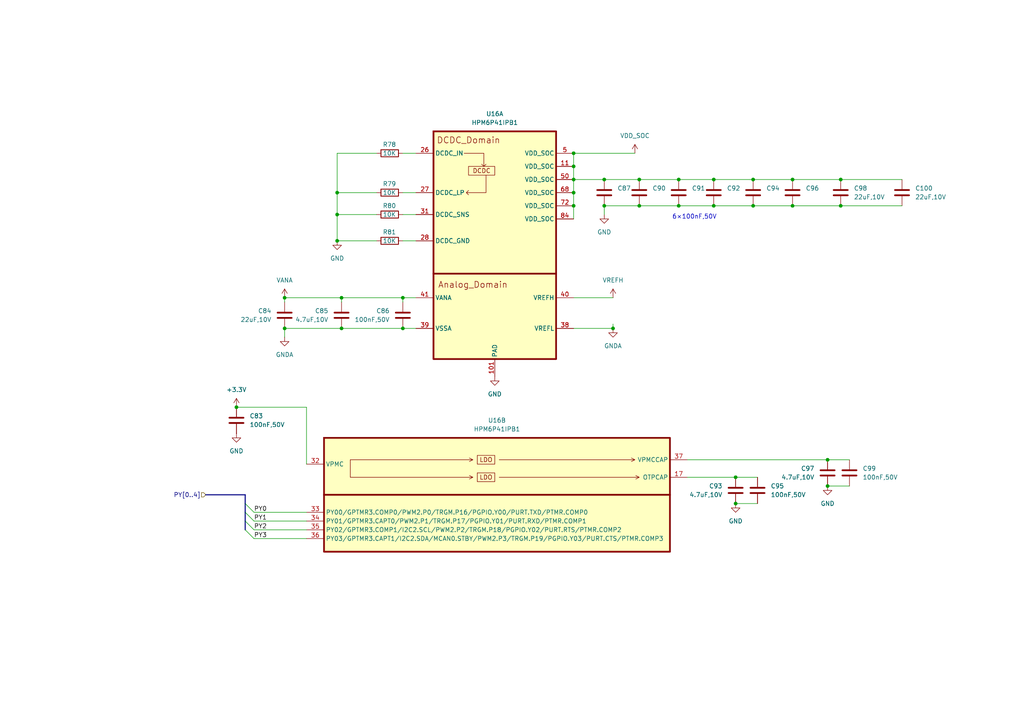
<source format=kicad_sch>
(kicad_sch (version 20250114) (generator "eeschema") (generator_version "9.0")
  (paper "A4")
  (title_block (title "HPM6P41_BuckBoost") (date "2025-05-05") (rev "4") (company "Author: Alipay"))
  (lib_symbols
    (symbol "10K_0402_3" (pin_numbers (hide yes)) (pin_names (offset 0))
      (property "Reference" "R" (at 0 3.81 0))
      (property "Value" "10K" (at 0 6.35 0))
      (symbol "10K_0402_3_0_1"
        (rectangle (start 2.54 -1.016) (end -2.54 1.016) (stroke (width 0.254)))
      )
      (symbol "10K_0402_3_1_1"
        (pin passive line (at -3.81 0 0) (length 1.27) (name "~") (number "1"))
        (pin passive line (at 3.81 0 180) (length 1.27) (name "~") (number "2"))
      )
    )
    (symbol "Device:C" (pin_numbers (hide yes)) (pin_names (offset 0.254))
      (property "Reference" "C" (at 0.635 2.54 0))
      (property "Value" "C" (at 0.635 -2.54 0))
      (symbol "C_0_1"
        (polyline (pts (xy -2.032 0.762) (xy 2.032 0.762)) (stroke (width 0.508)))
        (polyline (pts (xy -2.032 -0.762) (xy 2.032 -0.762)) (stroke (width 0.508)))
      )
      (symbol "C_1_1"
        (pin passive line (at 0 3.81 270) (length 2.794) (name "~") (number "1"))
        (pin passive line (at 0 -3.81 90) (length 2.794) (name "~") (number "2"))
      )
    )
    (symbol "HPM6P00_Library:HPM6P41IPB1"
      (property "Reference" "U" (at 1.27 1.27 0))
      (property "Value" "HPM6P41IPB1" (at 10.16 1.27 0))
      (symbol "HPM6P41IPB1_1_1"
        (rectangle (start 0 0) (end 35.56 -66.04) (stroke (width 0.508)) (fill (type background)))
        (polyline (pts (xy 0 -41.275) (xy 35.56 -41.275)) (stroke (width 0.508)))
        (polyline (pts (xy 8.89 -6.35) (xy 14.605 -6.35) (xy 14.605 -10.16) (xy 13.97 -9.525) (xy 14.605 -10.16) (xy 15.24 -9.525)))
        (rectangle (start 10.16 -10.16) (end 17.78 -12.7))
        (polyline (pts (xy 15.24 -12.7) (xy 15.24 -17.78) (xy 9.525 -17.78) (xy 10.16 -17.145) (xy 9.525 -17.78) (xy 10.16 -18.415)))
        (text "DCDC_Domain" (at 10.16 -2.54 0) (effects (font (size 1.778 1.778))))
        (text "Analog_Domain" (at 11.43 -44.45 0) (effects (font (size 1.778 1.778))))
        (text "DCDC" (at 13.97 -11.43 0) (effects (font (size 1.27 1.27))))
        (pin power_in line (at -5.08 -6.35 0) (length 5.08) (name "DCDC_IN") (number "26"))
        (pin power_in line (at -5.08 -17.78 0) (length 5.08) (name "DCDC_LP") (number "27"))
        (pin power_in line (at -5.08 -24.13 0) (length 5.08) (name "DCDC_SNS") (number "31"))
        (pin power_in line (at -5.08 -31.75 0) (length 5.08) (name "DCDC_GND") (number "28"))
        (pin power_in line (at -5.08 -48.26 0) (length 5.08) (name "VANA") (number "41"))
        (pin power_in line (at -5.08 -57.15 0) (length 5.08) (name "VSSA") (number "39"))
        (pin power_out line (at 17.78 -71.12 90) (length 5.08) (name "PAD") (number "101"))
        (pin power_out line (at 40.64 -6.35 180) (length 5.08) (name "VDD_SOC") (number "5"))
        (pin power_out line (at 40.64 -10.16 180) (length 5.08) (name "VDD_SOC") (number "11"))
        (pin power_out line (at 40.64 -13.97 180) (length 5.08) (name "VDD_SOC") (number "50"))
        (pin power_out line (at 40.64 -17.78 180) (length 5.08) (name "VDD_SOC") (number "68"))
        (pin power_out line (at 40.64 -21.59 180) (length 5.08) (name "VDD_SOC") (number "72"))
        (pin power_out line (at 40.64 -25.4 180) (length 5.08) (name "VDD_SOC") (number "84"))
        (pin power_in line (at 40.64 -48.26 180) (length 5.08) (name "VREFH") (number "40"))
        (pin power_in line (at 40.64 -57.15 180) (length 5.08) (name "VREFL") (number "38"))
      )
      (symbol "HPM6P41IPB1_2_0"
        (polyline (pts (xy 7.62 -6.35) (xy 43.18 -6.35) (xy 42.164 -5.842) (xy 43.18 -6.35) (xy 42.164 -6.858)))
        (polyline (pts (xy 7.62 -11.43) (xy 43.18 -11.43) (xy 42.164 -10.922) (xy 43.18 -11.43) (xy 42.164 -11.938)))
        (polyline (pts (xy 50.8 -6.35) (xy 90.17 -6.35) (xy 89.154 -5.842) (xy 90.17 -6.35) (xy 89.154 -6.858)))
        (polyline (pts (xy 50.8 -11.43) (xy 91.44 -11.43) (xy 90.424 -10.922) (xy 91.44 -11.43) (xy 90.424 -11.938)))
      )
      (symbol "HPM6P41IPB1_2_1"
        (rectangle (start 0 0) (end 100.33 -33.02) (stroke (width 0.508)) (fill (type background)))
        (polyline (pts (xy 0 -16.51) (xy 100.33 -16.51)) (stroke (width 0.508)))
        (polyline (pts (xy 7.62 -6.35) (xy 7.62 -11.43)))
        (rectangle (start 44.45 -5.08) (end 49.53 -7.62))
        (rectangle (start 44.45 -10.16) (end 49.53 -12.7))
        (text "LDO" (at 46.99 -6.35 0) (effects (font (size 1.27 1.27))))
        (text "LDO" (at 46.99 -11.43 0) (effects (font (size 1.27 1.27))))
        (pin power_in line (at -5.08 -7.62 0) (length 5.08) (name "VPMC") (number "32"))
        (pin bidirectional line (at -5.08 -21.59 0) (length 5.08) (name "PY00/GPTMR3.COMP0/PWM2.P0/TRGM.P16/PGPIO.Y00/PURT.TXD/PTMR.COMP0") (number "33"))
        (pin bidirectional line (at -5.08 -24.13 0) (length 5.08) (name "PY01/GPTMR3.CAPT0/PWM2.P1/TRGM.P17/PGPIO.Y01/PURT.RXD/PTMR.COMP1") (number "34"))
        (pin bidirectional line (at -5.08 -26.67 0) (length 5.08) (name "PY02/GPTMR3.COMP1/I2C2.SCL/PWM2.P2/TRGM.P18/PGPIO.Y02/PURT.RTS/PTMR.COMP2") (number "35"))
        (pin bidirectional line (at -5.08 -29.21 0) (length 5.08) (name "PY03/GPTMR3.CAPT1/I2C2.SDA/MCAN0.STBY/PWM2.P3/TRGM.P19/PGPIO.Y03/PURT.CTS/PTMR.COMP3") (number "36"))
        (pin power_out line (at 105.41 -6.35 180) (length 5.08) (name "VPMCCAP") (number "37"))
        (pin power_out line (at 105.41 -11.43 180) (length 5.08) (name "OTPCAP") (number "17"))
      )
      (symbol "HPM6P41IPB1_3_1"
        (rectangle (start 0 0) (end 147.32 -67.31) (stroke (width 0.508)) (fill (type background)))
        (polyline (pts (xy 0 -10.16) (xy 147.32 -10.16)) (stroke (width 0.5)))
        (pin power_in line (at -5.08 -3.81 0) (length 5.08) (name "VIO_B00") (number "10"))
        (pin power_in line (at -5.08 -6.35 0) (length 5.08) (name "VIO_B00") (number "16"))
        (pin bidirectional line (at -5.08 -15.24 0) (length 5.08) (name "PA00/GPTMR1.COMP0/UART0.TXD/PWM0.P0/TRGM.P00/RDC0.PWM_N/QEO1.A/SEI1.TX/SYSCTL.CLK_OBS0/ETH0.EVTI0") (number "25"))
        (pin input line (at -5.08 -17.78 0) (length 5.08) (name "PA01/GPTMR1.CAPT0/UART0.RXD/PWM0.P1/TRGM.P01/RDC0.PWM_P/QEO1.B/SEI1.RX/SYSCTL.CLK_OBS1/ETH0.EVTO0") (number "24"))
        (pin bidirectional line (at -5.08 -20.32 0) (length 5.08) (name "PA02/GPTMR1.COMP1/UART0.DE/UART0.RTS/I2C2.SCL/PWM0.P2/TRGM.P02/QEI0.H1/QEO1.Z/SEI1.DE/SYSCTL.CLK_OBS2/ETH0.EVTI1") (number "23"))
        (pin bidirectional line (at -5.08 -22.86 0) (length 5.08) (name "PA03/GPTMR1.CAPT1/UART0.CTS/I2C2.SDA/SPI0.CS3/MCAN0.STBY/PWM0.P3/TRGM.P03/QEI0.F/SEI1.CK/SYSCTL.CLK_OBS3/ETH0.EVTO1") (number "22"))
        (pin bidirectional line (at -5.08 -25.4 0) (length 5.08) (name "PA04/UART1.CTS/SPI1.SCLK/MCAN0.RXD/PWM0.P4/TRGM.P04/QEI0.H0/SEI0.CK/JTAG.TDO") (number "15"))
        (pin bidirectional line (at -5.08 -27.94 0) (length 5.08) (name "PA05/GPTMR1.COMP2/UART1.DE/UART1.RTS/SPI1.CS0/MCAN0.TXD/PWM0.P5/TRGM.P05/ETH0.RXCK/QEI0.Z/QEO0.Z/SEI0.DE/JTAG.TDI") (number "14"))
        (pin bidirectional line (at -5.08 -30.48 0) (length 5.08) (name "PA06/GPTMR0.CAPT0/UART1.RXD/SPI1.MISO/PWM0.P6/TRGM.P06/ETH0.RXDV/QEI0.B/QEO0.B/SEI0.RX/JTAG.TCK") (number "13"))
        (pin bidirectional line (at -5.08 -33.02 0) (length 5.08) (name "PA07/GPTMR0.COMP0/UART1.TXD/SPI1.MOSI/PWM0.P7/TRGM.P07/ETH0.RXER/QEI0.A/QEO0.A/SEI0.TX/JTAG.TMS") (number "12"))
        (pin bidirectional line (at -5.08 -35.56 0) (length 5.08) (name "PA08/GPTMR0.COMP1/UART2.TXD/I2C0.SCL/SPI0.CS2/PWM1.P0/TRGM.P08/ETH0.RXD0/RDC0.PWM_N/QEO0.B/SEI1.TX/SDM0.CLK0/JTAG.TRST") (number "9"))
        (pin bidirectional line (at -5.08 -38.1 0) (length 5.08) (name "PA09/GPTMR0.CAPT1/UART2.RXD/I2C0.SDA/SPI0.CS1/XPI0.CA_DQS/PWM1.P1/TRGM.P09/ETH0.RXD1/RDC0.PWM_P/QEO0.A/SEI1.RX/SDM0.DAT0") (number "8"))
        (pin bidirectional line (at -5.08 -40.64 0) (length 5.08) (name "PA10/GPTMR0.COMP2/UART2.DE/UART2.RTS/SPI0.SCLK/XPI0.CA_CS0/PWM1.P2/TRGM.P10/ETH0.RXD2/QEI1.F/QEO0.Z/SEI1.DE/SDM0.CLK1/CPU0.NMI") (number "7"))
        (pin bidirectional line (at -5.08 -43.18 0) (length 5.08) (name "PA11/UART2.CTS/SPI0.CS0/XPI0.CA_CS1/PWM1.P3/TRGM.P11/ETH0.RXD3/QEI1.H1/SEI1.CK/SDM0.DAT1/CPU1.NMI") (number "6"))
        (pin bidirectional line (at -5.08 -45.72 0) (length 5.08) (name "PA12/UART3.CTS/I2C1.SDA/SPI0.MISO/PWM1.P4/TRGM.P12/ETH0.TXER/QEI1.H0/SEI0.CK/SDM0.CLK2") (number "4"))
        (pin bidirectional line (at -5.08 -48.26 0) (length 5.08) (name "PA13/GPTMR1.COMP3/UART3.DE/UART3.RTS/I2C1.SCL/SPI0.MOSI/MCAN1.STBY/PWM1.P5/TRGM.P13/QEI1.Z/QEO1.Z/SEI0.DE/SDM0.DAT2") (number "3"))
        (pin bidirectional line (at -5.08 -50.8 0) (length 5.08) (name "PA14/UART3.RXD/SPI0.DAT2/MCAN1.RXD/PWM1.P6/TRGM.P14/QEI1.B/QEO1.B/SEI0.RX/SDM0.CLK3/ETH0.EVTI0") (number "2"))
        (pin bidirectional line (at -5.08 -53.34 0) (length 5.08) (name "PA15/GPTMR0.COMP3/UART3.TXD/SPI0.DAT3/MCAN1.TXD/PWM1.P7/TRGM.P15/QEI1.A/QEO1.A/SEI0.TX/SDM0.DAT3/ETH0.EVTO0") (number "1"))
        (pin bidirectional line (at -5.08 -55.88 0) (length 5.08) (name "PA16/GPTMR3.COMP0/PWM2.P0/TRGM.P16/RDC0.PWM_N/QEO1.A/SEI1.TX") (number "21"))
        (pin bidirectional line (at -5.08 -58.42 0) (length 5.08) (name "PA17/GPTMR3.CAPT0/PWM2.P1/TRGM.P17/RDC0.PWM_P/QEO1.B/SEI1.RX") (number "20"))
        (pin bidirectional line (at -5.08 -60.96 0) (length 5.08) (name "PA18/GPTMR3.COMP1/I2C2.SCL/PWM2.P2/TRGM.P18/ETH0.MDC/QEI0.H1/QEO1.Z/SEI1.DE") (number "19"))
        (pin bidirectional line (at -5.08 -63.5 0) (length 5.08) (name "PA19/GPTMR3.CAPT1/I2C2.SDA/MCAN0.STBY/PWM2.P3/TRGM.P19/ETH0.MDIO/QEI0.F/SEI1.CK") (number "18"))
      )
      (symbol "HPM6P41IPB1_4_1"
        (rectangle (start 0 0) (end 185.42 -92.71) (stroke (width 0.508)) (fill (type background)))
        (polyline (pts (xy 0 -12.7) (xy 185.42 -12.7)) (stroke (width 0.5)))
        (polyline (pts (xy 0 -60.96) (xy 185.42 -60.96)) (stroke (width 0.3) (type dash)))
        (pin power_in line (at -5.08 -5.08 0) (length 5.08) (name "VIO_B01") (number "79"))
        (pin power_in line (at -5.08 -7.62 0) (length 5.08) (name "VIO_B01") (number "94"))
        (pin bidirectional line (at -5.08 -19.05 0) (length 5.08) (name "PB00/GPTMR2.COMP0/XPI0.CA_SCLK/PWM0.P0/TRGM.P31/ETH0.TXCK/RDC0.PWM_N/QEO1.A/SEI1.TX/XPI_SLV.ADQ3") (number "100"))
        (pin bidirectional line (at -5.08 -21.59 0) (length 5.08) (name "PB01/GPTMR2.CAPT0/XPI0.CA_D0/PWM0.P1/TRGM.P30/ETH0.TXEN/RDC0.PWM_P/QEO1.B/SEI1.RX/XPI_SLV.ADQ2") (number "99"))
        (pin bidirectional line (at -5.08 -24.13 0) (length 5.08) (name "PB02/GPTMR2.COMP1/I2C2.SCL/XPI0.CA_D1/PWM0.P2/TRGM.P29/ETH0.TXD0/QEI0.H1/QEO1.Z/SEI1.DE/SDM0.CLK0/XPI_SLV.ADQ1") (number "98"))
        (pin bidirectional line (at -5.08 -26.67 0) (length 5.08) (name "PB03/GPTMR2.CAPT1/I2C2.SDA/SPI0.CS3/MCAN0.STBY/XPI0.CA_D2/PWM0.P3/TRGM.P28/ETH0.TXD1/QEI0.F/SEI1.CK/SDM0.DAT0/XPI_SLV.ADQ0") (number "97"))
        (pin bidirectional line (at -5.08 -29.21 0) (length 5.08) (name "PB04/UART1.CTS/SPI0.SCLK/MCAN0.RXD/XPI0.CA_D3/PWM0.P4/TRGM.P27/ETH0.TXD2/QEI0.H0/SEI0.CK/SDM0.CLK1/CPU0.NMI/XPI_SLV.CLK") (number "96"))
        (pin bidirectional line (at -5.08 -31.75 0) (length 5.08) (name "PB05/GPTMR2.COMP2/UART1.DE/UART1.RTS/SPI1.CS0/MCAN0.TXD/PWM0.P5/TRGM.P26/ETH0.TXD3/QEI0.Z/QEO0.Z/SEI0.DE/SDM0.DAT1/CPU1.NMI/XPI_SLV.CSN") (number "95"))
        (pin bidirectional line (at -5.08 -35.56 0) (length 5.08) (name "PB12/UART3.CTS/I2C1.SDA/SPI0.MISO/XPI0.CB_DQS/PWM1.P4/TRGM.P19/ETH0.MDC/QEI1.H0/SEI0.CK/SDM0.CLK2/EWDG0.RST/XPI_SLV.ERR") (number "93"))
        (pin bidirectional line (at -5.08 -38.1 0) (length 5.08) (name "PB13/GPTMR2.COMP3/UART3.DE/UART3.RTS/I2C1.SCL/SPI0.MOSI/MCAN1.STBY/XPI0.CB_CS0/PWM1.P5/TRGM.P18/ETH0.MDIO/QEI1.Z/QEO1.Z/SEI0.DE/SDM0.DAT2/EWDG1.RST/XPI_SLV.RDY") (number "92"))
        (pin bidirectional line (at -5.08 -40.64 0) (length 5.08) (name "PB14/UART3.RXD/SPI0.DAT2/MCAN1.RXD/XPI0.CB_CS1/PWM1.P6/TRGM.P17/QEI1.B/QEO1.B/SEI0.RX/SDM0.CLK3/SOC.REF0/ETH0.EVTO2/XPI_SLV.DQS") (number "91"))
        (pin bidirectional line (at -5.08 -43.18 0) (length 5.08) (name "PB15/GPTMR0.COMP3/UART3.TXD/SPI0.DAT3/MCAN1.TXD/XPI0.CB_SCLK/PWM1.P7/TRGM.P16/QEI1.A/QEO1.A/SEI0.TX/SDM0.DAT3/SOC.REF1/ETH0.EVTO3") (number "90"))
        (pin bidirectional line (at -5.08 -45.72 0) (length 5.08) (name "PB16/GPTMR3.COMP0/XPI0.CB_D0/PWM2.P0/TRGM.P15/RDC0.PWM_N/QEO1.A/SEI1.TX/SYSCTL.CLK_OBS0/ETH0.EVTI1") (number "89"))
        (pin bidirectional line (at -5.08 -48.26 0) (length 5.08) (name "PB17/GPTMR3.CAPT0/XPI0.CB_D1/PWM2.P1/TRGM.P14/RDC0.PWM_P/QEO1.B/SEI1.RX/SYSCTL.CLK_OBS1/ETH0.EVTO1") (number "88"))
        (pin bidirectional line (at -5.08 -50.8 0) (length 5.08) (name "PB18/GPTMR3.COMP1/I2C2.SCL/XPI0.CB_D2/PWM2.P2/TRGM.P13/QEI0.H1/QEO1.Z/SEI1.DE/SYSCTL.CLK_OBS2/ETH0.EVTO2") (number "87"))
        (pin bidirectional line (at -5.08 -53.34 0) (length 5.08) (name "PB19/GPTMR3.CAPT1/I2C2.SDA/SPI2.CS3/MCAN0.STBY/XPI0.CB_D3/PWM2.P3/TRGM.P12/QEI0.F/SEI1.CK/SYSCTL.CLK_OBS3/ETH0.EVTO3") (number "86"))
        (pin bidirectional line (at -5.08 -55.88 0) (length 5.08) (name "PB20/UART0.CTS/MCAN0.RXD/PWM2.P4/TRGM.P11/QEI0.H0/SEI0.CK") (number "85"))
        (pin bidirectional line (at -5.08 -66.04 0) (length 5.08) (name "PC12/I2C1.SDA/SPI1.MISO/PWM1.P4/TRGM.P12/QEI1.H0/SEI0.CK") (number "83"))
        (pin bidirectional line (at -5.08 -68.58 0) (length 5.08) (name "PC13/GPTMR1.COMP3/I2C1.SCL/SPI1.MOSI/MCAN1.STBY/PWM1.P5/TRGM.P13/QEI1.Z/QEO1.Z/SEI0.DE/USB0.ID") (number "82"))
        (pin bidirectional line (at -5.08 -71.12 0) (length 5.08) (name "PC14/SPI1.DAT2/MCAN1.RXD/PWM1.P6/TRGM.P14/ETH0.MDC/QEI1.B/QEO1.B/SEI0.RX/USB0.OC") (number "81"))
        (pin bidirectional line (at -5.08 -73.66 0) (length 5.08) (name "PC15/GPTMR0.COMP3/SPI1.DAT3/MCAN1.TXD/PWM1.P7/TRGM.P15/ETH0.MDIO/QEI1.A/QEO1.A/SEI0.TX/USB0.PWR") (number "80"))
        (pin bidirectional line (at -5.08 -76.2 0) (length 5.08) (name "PC16/GPTMR3.COMP0/PWM2.P0/TRGM.P16/ETH0.CRS/QEI0.H1/CPU0.NMI") (number "78"))
        (pin bidirectional line (at -5.08 -78.74 0) (length 5.08) (name "PC17/GPTMR3.CAPT0/PWM2.P1/TRGM.P17/ETH0.COL/QEI0.F/CPU1.NMI") (number "77"))
        (pin bidirectional line (at -5.08 -81.28 0) (length 5.08) (name "PC18/GPTMR3.COMP1/I2C2.SCL/PWM2.P2/TRGM.P18/QEI0.H0/SEI0.CK") (number "76"))
        (pin bidirectional line (at -5.08 -83.82 0) (length 5.08) (name "PC19/GPTMR3.CAPT1/I2C2.SDA/MCAN0.STBY/PWM2.P3/TRGM.P19/QEI0.Z/QEO0.Z/SEI0.DE") (number "75"))
        (pin bidirectional line (at -5.08 -86.36 0) (length 5.08) (name "PC20/SPI2.SCLK/MCAN0.RXD/PWM2.P4/TRGM.P20/QEI0.B/QEO0.B/SEI0.RX") (number "74"))
        (pin bidirectional line (at -5.08 -88.9 0) (length 5.08) (name "PC21/GPTMR3.COMP2/SPI2.CS0/MCAN0.TXD/PWM2.P5/TRGM.P21/QEI0.A/QEO0.A/SEI0.TX") (number "73"))
      )
      (symbol "HPM6P41IPB1_5_1"
        (rectangle (start 0 0) (end 196.85 -77.47) (stroke (width 0.508)) (fill (type background)))
        (polyline (pts (xy 0 -10.16) (xy 196.85 -10.16)) (stroke (width 0.5)))
        (pin power_in line (at -5.08 -5.08 0) (length 5.08) (name "VIO_B02") (number "55"))
        (pin bidirectional line (at -5.08 -15.24 0) (length 5.08) (name "PD00/GPTMR1.COMP0/SPI2.SCLK/TRGM.P00/ETH0.RXCK/QEI1.H1/SDM0.CLK0/ADC0.IN00/ADC1.IN00/ACMP0.INN1/ACMP1.INN1/ACMP2.INN1/ACMP3.INN1") (number "66"))
        (pin bidirectional line (at -5.08 -17.78 0) (length 5.08) (name "PD01/GPTMR1.CAPT0/SPI2.MISO/TRGM.P01/ETH0.RXDV/QEI1.F/SDM0.DAT0/ADC0.IN01/ADC1.IN01/ACMP0.INP1/ACMP1.INP1/ACMP2.INP1/ACMP3.INP1") (number "65"))
        (pin bidirectional line (at -5.08 -20.32 0) (length 5.08) (name "PD02/GPTMR1.COMP1/I2C2.SCL/SPI2.MOSI/TRGM.P02/ETH0.RXER/QEI1.H0/SEI0.CK/SDM0.CLK1/ADC0.IN02/ADC1.IN02/ACMP0.INN2/ACMP1.INN2/ACMP2.INN2/ACMP3.INN2") (number "64"))
        (pin bidirectional line (at -5.08 -22.86 0) (length 5.08) (name "PD03/GPTMR1.CAPT1/I2C2.SDA/SPI2.DAT2/MCAN0.STBY/TRGM.P03/ETH0.RXD0/QEI1.Z/QEO1.Z/SEI0.DE/SDM0.DAT1/ADC0.IN03/ADC1.IN03/ACMP0.INP2/ACMP1.INP2/ACMP2.INP2/ACMP3.INP2") (number "63"))
        (pin bidirectional line (at -5.08 -25.4 0) (length 5.08) (name "PD04/UART1.CTS/SPI2.DAT3/MCAN0.RXD/TRGM.P04/ETH0.RXD1/QEI1.A/QEO1.B/SEI0.RX/SDM0.CLK2/ADC0.IN04/ADC1.IN04/ACMP0.INN3/ACMP1.INN3/ACMP2.INN3/ACMP3.INN3") (number "62"))
        (pin bidirectional line (at -5.08 -27.94 0) (length 5.08) (name "PD05/GPTMR1.COMP2/UART1.DE/UART1.RTS/SPI2.CS0/MCAN0.TXD/TRGM.P05/ETH0.RXD2/QEI1.B/QEO1.A/SEI0.TX/SDM0.DAT2/ADC0.IN05/ADC1.IN05/ACMP0.INP3/ACMP1.INP3/ACMP2.INP3/ACMP3.INP3") (number "61"))
        (pin bidirectional line (at -5.08 -30.48 0) (length 5.08) (name "PD06/GPTMR0.CAPT0/UART1.RXD/SPI2.CS2/TRGM.P06/ETH0.RXD3/SDM0.CLK3/ADC0.IN06/ADC1.IN06/ACMP0.INN4/ACMP1.INN4/ACMP2.INN4/ACMP3.INN4") (number "60"))
        (pin bidirectional line (at -5.08 -33.02 0) (length 5.08) (name "PD07/GPTMR0.COMP0/UART1.TXD/SPI2.CS1/TRGM.P07/ETH0.TXER/SDM0.DAT3/ADC0.IN07/ADC1.IN07/DAC0.OUT/ACMP0.INP4/ACMP1.INP4/ACMP2.INP4/ACMP3.INP4") (number "59"))
        (pin bidirectional line (at -5.08 -35.56 0) (length 5.08) (name "PD08/GPTMR0.COMP1/UART2.TXD/I2C0.SCL/SPI2.CS3/PWM1.P0/TRGM.P08/ADC0.IN08/ADC1.IN08/ACMP0.INN5/ACMP1.INN5/ACMP2.INN5/ACMP3.INN5") (number "58"))
        (pin bidirectional line (at -5.08 -38.1 0) (length 5.08) (name "PD09/GPTMR0.CAPT1/UART2.RXD/I2C0.SDA/PWM1.P1/TRGM.P09/ADC0.IN09/ADC1.IN09/ACMP0.INP5/ACMP1.INP5/ACMP2.INP5/ACMP3.INP5") (number "57"))
        (pin bidirectional line (at -5.08 -40.64 0) (length 5.08) (name "PD10/GPTMR0.COMP2/UART2.DE/UART2.RTS/SPI0.SCLK/PWM1.P2/TRGM.P10/ETH0.EVTI0/ADC0.IN10/ADC1.IN10/ACMP0.INN6/ACMP1.INN6/ACMP2.INN6/ACMP3.INN6") (number "56"))
        (pin bidirectional line (at -5.08 -45.72 0) (length 5.08) (name "PD16/GPTMR3.COMP0/PWM2.P0/TRGM.P16/ETH0.TXCK/QEI0.H1/ADC2.IN00/ACMP4.INN1/ACMP5.INN1/ACMP6.INN1/ACMP7.INN1") (number "54"))
        (pin bidirectional line (at -5.08 -48.26 0) (length 5.08) (name "PD17/GPTMR3.CAPT0/PWM2.P1/TRGM.P17/ETH0.TXEN/QEI0.F/ADC2.IN01/DAC1.OUT/ACMP4.INP1/ACMP5.INP1/ACMP6.INP1/ACMP7.INP1") (number "53"))
        (pin bidirectional line (at -5.08 -50.8 0) (length 5.08) (name "PD18/GPTMR3.COMP1/I2C2.SCL/PWM2.P2/TRGM.P18/ETH0.TXD0/QEI0.H0/SEI0.CK/ADC2.IN02/ACMP4.INN2/ACMP5.INN2/ACMP6.INN2/ACMP7.INN2") (number "52"))
        (pin bidirectional line (at -5.08 -53.34 0) (length 5.08) (name "PD19/GPTMR3.CAPT1/I2C2.SDA/MCAN0.STBY/PWM2.P3/TRGM.P19/ETH0.TXD1/QEI0.Z/QEO0.Z/SEI0.DE/ADC2.IN03/ACMP4.INP2/ACMP5.INP2/ACMP6.INP2/ACMP7.INP2") (number "51"))
        (pin bidirectional line (at -5.08 -55.88 0) (length 5.08) (name "PD20/MCAN0.RXD/PWM2.P4/TRGM.P20/ETH0.TXD2/QEI0.B/QEO0.B/SEI0.RX/ADC2.IN04/ACMP4.INN3/ACMP5.INN3/ACMP6.INN3/ACMP7.INN3") (number "49"))
        (pin bidirectional line (at -5.08 -58.42 0) (length 5.08) (name "PD21/GPTMR3.COMP2/MCAN0.TXD/PWM2.P5/TRGM.P21/ETH0.TXD3/QEI0.A/QEO0.A/SEI0.TX/ADC2.IN05/ACMP4.INP3/ACMP5.INP3/ACMP6.INP3/ACMP7.INP3") (number "48"))
        (pin bidirectional line (at -5.08 -60.96 0) (length 5.08) (name "PD22/GPTMR2.CAPT0/PWM2.P6/TRGM.P22/QEI1.F/ADC2.IN06/ACMP4.INN4/ACMP5.INN4/ACMP6.INN4/ACMP7.INN4") (number "47"))
        (pin bidirectional line (at -5.08 -63.5 0) (length 5.08) (name "PD23/GPTMR2.COMP0/PWM2.P7/TRGM.P23/QEI1.H1/USB0.ID/ADC2.IN07/ACMP4.INP4/ACMP5.INP4/ACMP6.INP4/ACMP7.INP4") (number "46"))
        (pin bidirectional line (at -5.08 -66.04 0) (length 5.08) (name "PD24/GPTMR2.COMP1/I2C0.SCL/PWM0.P0/TRGM.P24/QEI1.H0/SEI0.CK/USB0.OC/ADC2.IN08/ACMP4.INN5/ACMP5.INN5/ACMP6.INN5/ACMP7.INN5") (number "45"))
        (pin bidirectional line (at -5.08 -68.58 0) (length 5.08) (name "PD25/GPTMR2.CAPT1/I2C0.SDA/PWM0.P1/TRGM.P25/QEI1.Z/QEO1.Z/SEI0.DE/USB0.PWR/ADC2.IN09/ACMP4.INP5/ACMP5.INP5/ACMP6.INP5/ACMP7.INP5") (number "44"))
        (pin bidirectional line (at -5.08 -71.12 0) (length 5.08) (name "PD26/GPTMR2.COMP2/SPI1.SCLK/PWM0.P2/TRGM.P26/QEI1.B/QEO1.B/SEI0.RX/ADC2.IN10/ACMP4.INN6/ACMP5.INN6/ACMP6.INN6/ACMP7.INN6") (number "43"))
        (pin bidirectional line (at -5.08 -73.66 0) (length 5.08) (name "PD27/SPI1.CS0/PWM0.P3/TRGM.P27/QEI1.A/QEO1.A/SEI0.TX/ADC2.IN11/ACMP4.INP6/ACMP5.INP6/ACMP6.INP6/ACMP7.INP6") (number "42"))
      )
      (symbol "HPM6P41IPB1_6_1"
        (rectangle (start 0 0) (end 35.56 -33.02) (stroke (width 0.508)) (fill (type background)))
        (polyline (pts (xy 0 -16.51) (xy 35.56 -16.51)) (stroke (width 0.5)))
        (pin input line (at -5.08 -5.08 0) (length 5.08) (name "XTALI") (number "71"))
        (pin output line (at -5.08 -11.43 0) (length 5.08) (name "XTALO") (number "70"))
        (pin power_in line (at -5.08 -21.59 0) (length 5.08) (name "VBUS") (number "69"))
        (pin power_in line (at -5.08 -26.67 0) (length 5.08) (name "VPLLVUSB") (number "67"))
        (pin input line (at 40.64 -5.08 180) (length 5.08) (name "RESET") (number "29"))
        (pin input line (at 40.64 -11.43 180) (length 5.08) (name "WAKEUP") (number "30"))
      )
    )
    (symbol "power:+3.3V" (power) (pin_names (offset 0))
      (property "Value" "+3.3V" (at 0 3.556 0))
      (symbol "+3.3V_0_1"
        (polyline (pts (xy -0.762 1.27) (xy 0 2.54)))
        (polyline (pts (xy 0 2.54) (xy 0.762 1.27)))
        (polyline (pts (xy 0 0) (xy 0 2.54)))
      )
      (symbol "+3.3V_1_1"
        (pin power_in line (at 0 0 90) (length 0) (hide yes) (name "+3.3V") (number "1"))
      )
    )
    (symbol "power:+5V" (power) (pin_numbers (hide yes)) (pin_names (offset 0) (hide yes))
      (property "Value" "+5V" (at 0 3.556 0))
      (symbol "+5V_0_1"
        (polyline (pts (xy -0.762 1.27) (xy 0 2.54)))
        (polyline (pts (xy 0 2.54) (xy 0.762 1.27)))
        (polyline (pts (xy 0 0) (xy 0 2.54)))
      )
      (symbol "+5V_1_1"
        (pin power_in line (at 0 0 90) (length 0) (name "~") (number "1"))
      )
    )
    (symbol "power:GND" (power) (pin_numbers (hide yes)) (pin_names (offset 0) (hide yes))
      (property "Value" "GND" (at 0 -3.81 0))
      (symbol "GND_0_1"
        (polyline (pts (xy 0 0) (xy 0 -1.27) (xy 1.27 -1.27) (xy 0 -2.54) (xy -1.27 -1.27) (xy 0 -1.27)))
      )
      (symbol "GND_1_1"
        (pin power_in line (at 0 0 270) (length 0) (name "~") (number "1"))
      )
    )
  )
  (text "6×100nF,50V" (at 201.422 62.992 0) (effects (font (size 1.27 1.27))))
  (junction (at 185.42 59.69))
  (junction (at 82.55 95.25))
  (junction (at 99.06 86.36))
  (junction (at 82.55 86.36))
  (junction (at 175.26 52.07))
  (junction (at 196.85 59.69))
  (junction (at 218.44 52.07))
  (junction (at 243.84 59.69))
  (junction (at 213.36 138.43))
  (junction (at 116.84 95.25))
  (junction (at 68.58 118.11))
  (junction (at 166.37 48.26))
  (junction (at 166.37 59.69))
  (junction (at 207.01 52.07))
  (junction (at 166.37 52.07))
  (junction (at 207.01 59.69))
  (junction (at 240.03 133.35))
  (junction (at 185.42 52.07))
  (junction (at 97.79 69.85))
  (junction (at 175.26 59.69))
  (junction (at 97.79 62.23))
  (junction (at 97.79 55.88))
  (junction (at 213.36 146.05))
  (junction (at 177.8 95.25))
  (junction (at 243.84 52.07))
  (junction (at 218.44 59.69))
  (junction (at 166.37 55.88))
  (junction (at 166.37 44.45))
  (junction (at 240.03 140.97))
  (junction (at 229.87 59.69))
  (junction (at 229.87 52.07))
  (junction (at 116.84 86.36))
  (junction (at 196.85 52.07))
  (junction (at 99.06 95.25))
  (bus_entry (at 71.12 146.05) (size 2.54 2.54))
  (bus_entry (at 71.12 153.67) (size 2.54 2.54))
  (bus_entry (at 71.12 148.59) (size 2.54 2.54))
  (bus_entry (at 71.12 151.13) (size 2.54 2.54))
  (wire (pts (xy 166.37 52.07) (xy 166.37 55.88)))
  (wire (pts (xy 73.66 151.13) (xy 88.9 151.13)))
  (wire (pts (xy 88.9 118.11) (xy 88.9 134.62)))
  (bus (pts (xy 59.69 143.51) (xy 71.12 143.51)))
  (wire (pts (xy 218.44 59.69) (xy 229.87 59.69)))
  (wire (pts (xy 218.44 52.07) (xy 229.87 52.07)))
  (wire (pts (xy 97.79 55.88) (xy 97.79 44.45)))
  (bus (pts (xy 71.12 151.13) (xy 71.12 153.67)))
  (wire (pts (xy 97.79 62.23) (xy 109.22 62.23)))
  (wire (pts (xy 229.87 59.69) (xy 243.84 59.69)))
  (wire (pts (xy 207.01 52.07) (xy 218.44 52.07)))
  (wire (pts (xy 166.37 44.45) (xy 166.37 48.26)))
  (wire (pts (xy 73.66 156.21) (xy 88.9 156.21)))
  (wire (pts (xy 116.84 95.25) (xy 120.65 95.25)))
  (wire (pts (xy 97.79 69.85) (xy 97.79 62.23)))
  (wire (pts (xy 99.06 86.36) (xy 99.06 87.63)))
  (wire (pts (xy 199.39 133.35) (xy 240.03 133.35)))
  (wire (pts (xy 73.66 153.67) (xy 88.9 153.67)))
  (wire (pts (xy 196.85 59.69) (xy 207.01 59.69)))
  (wire (pts (xy 109.22 69.85) (xy 97.79 69.85)))
  (wire (pts (xy 166.37 95.25) (xy 177.8 95.25)))
  (wire (pts (xy 166.37 48.26) (xy 166.37 52.07)))
  (wire (pts (xy 116.84 86.36) (xy 120.65 86.36)))
  (wire (pts (xy 82.55 86.36) (xy 99.06 86.36)))
  (wire (pts (xy 240.03 133.35) (xy 246.38 133.35)))
  (wire (pts (xy 229.87 52.07) (xy 243.84 52.07)))
  (wire (pts (xy 185.42 59.69) (xy 196.85 59.69)))
  (wire (pts (xy 243.84 59.69) (xy 261.62 59.69)))
  (wire (pts (xy 185.42 52.07) (xy 196.85 52.07)))
  (wire (pts (xy 99.06 86.36) (xy 116.84 86.36)))
  (wire (pts (xy 175.26 59.69) (xy 185.42 59.69)))
  (wire (pts (xy 166.37 44.45) (xy 184.15 44.45)))
  (wire (pts (xy 240.03 140.97) (xy 246.38 140.97)))
  (wire (pts (xy 73.66 148.59) (xy 88.9 148.59)))
  (wire (pts (xy 97.79 55.88) (xy 109.22 55.88)))
  (wire (pts (xy 116.84 69.85) (xy 120.65 69.85)))
  (wire (pts (xy 175.26 52.07) (xy 185.42 52.07)))
  (wire (pts (xy 196.85 52.07) (xy 207.01 52.07)))
  (wire (pts (xy 213.36 138.43) (xy 219.71 138.43)))
  (bus (pts (xy 71.12 143.51) (xy 71.12 146.05)))
  (wire (pts (xy 99.06 95.25) (xy 116.84 95.25)))
  (wire (pts (xy 116.84 86.36) (xy 116.84 87.63)))
  (wire (pts (xy 116.84 44.45) (xy 120.65 44.45)))
  (wire (pts (xy 166.37 86.36) (xy 177.8 86.36)))
  (wire (pts (xy 199.39 138.43) (xy 213.36 138.43)))
  (wire (pts (xy 175.26 62.23) (xy 175.26 59.69)))
  (wire (pts (xy 177.8 93.98) (xy 177.8 95.25)))
  (wire (pts (xy 97.79 44.45) (xy 109.22 44.45)))
  (wire (pts (xy 166.37 52.07) (xy 175.26 52.07)))
  (wire (pts (xy 166.37 55.88) (xy 166.37 59.69)))
  (wire (pts (xy 213.36 146.05) (xy 219.71 146.05)))
  (wire (pts (xy 116.84 62.23) (xy 120.65 62.23)))
  (bus (pts (xy 71.12 148.59) (xy 71.12 151.13)))
  (wire (pts (xy 82.55 95.25) (xy 82.55 97.79)))
  (bus (pts (xy 71.12 146.05) (xy 71.12 148.59)))
  (wire (pts (xy 68.58 118.11) (xy 88.9 118.11)))
  (wire (pts (xy 207.01 59.69) (xy 218.44 59.69)))
  (wire (pts (xy 243.84 52.07) (xy 261.62 52.07)))
  (wire (pts (xy 82.55 86.36) (xy 82.55 87.63)))
  (wire (pts (xy 116.84 55.88) (xy 120.65 55.88)))
  (wire (pts (xy 97.79 62.23) (xy 97.79 55.88)))
  (wire (pts (xy 166.37 59.69) (xy 166.37 63.5)))
  (wire (pts (xy 82.55 95.25) (xy 99.06 95.25)))
  (label "PY2" (at 73.66 153.67 0))
  (label "PY3" (at 73.66 156.21 0))
  (label "PY1" (at 73.66 151.13 0))
  (label "PY0" (at 73.66 148.59 0))
  (hierarchical_label "PY[0..4]" (shape input) (at 59.69 143.51 180))
  (symbol (lib_id "Device:C") (at 196.85 55.88 0) (unit 1)
    (property "Reference" "C91" (at 200.66 54.6099 0) (effects (justify left)))
    (property "Value" "100nF,10V" (effects (hide yes)))
    (property "Footprint" "Capacitor_SMD:C_0603_1608Metric" (effects (hide yes)))
    (property "Description" "Unpolarized capacitor" (effects (hide yes)))
  )
  (symbol (lib_id "power:+5V") (at 82.55 86.36 0) (unit 1)
    (property "Reference" "#PWR0181" (effects (hide yes)))
    (property "Value" "VANA" (at 82.55 81.28 0))
    (property "Description" "Power symbol creates a global label with name \"+5V\"" (effects (hide yes)))
  )
  (symbol (lib_id "power:GND") (at 177.8 95.25 0) (unit 1)
    (property "Reference" "#PWR0188" (effects (hide yes)))
    (property "Value" "GNDA" (at 177.8 100.33 0))
    (property "Description" "Power symbol creates a global label with name \"GND\" , ground" (effects (hide yes)))
  )
  (symbol (lib_id "Device:C") (at 261.62 55.88 0) (unit 1)
    (property "Reference" "C100" (at 265.43 54.6099 0) (effects (justify left)))
    (property "Value" "22uF,10V" (at 265.43 57.1499 0) (effects (justify left)))
    (property "Footprint" "Capacitor_SMD:C_0603_1608Metric" (effects (hide yes)))
    (property "Description" "Unpolarized capacitor" (effects (hide yes)))
  )
  (symbol (lib_id "Device:C") (at 82.55 91.44 0) (mirror y) (unit 1)
    (property "Reference" "C84" (at 78.74 90.1699 0) (effects (justify left)))
    (property "Value" "22uF,10V" (at 78.74 92.7099 0) (effects (justify left)))
    (property "Footprint" "Capacitor_SMD:C_0603_1608Metric" (effects (hide yes)))
    (property "Description" "Unpolarized capacitor" (effects (hide yes)))
  )
  (symbol (lib_id "Device:C") (at 175.26 55.88 0) (unit 1)
    (property "Reference" "C87" (at 179.07 54.6099 0) (effects (justify left)))
    (property "Value" "100nF,10V" (effects (hide yes)))
    (property "Footprint" "Capacitor_SMD:C_0603_1608Metric" (effects (hide yes)))
    (property "Description" "Unpolarized capacitor" (effects (hide yes)))
  )
  (symbol (lib_id "power:+3.3V") (at 68.58 118.11 0) (unit 1)
    (property "Reference" "#PWR0179" (effects (hide yes)))
    (property "Value" "+3.3V" (at 68.58 113.03 0))
  )
  (symbol (lib_id "Device:C") (at 185.42 55.88 0) (unit 1)
    (property "Reference" "C90" (at 189.23 54.6099 0) (effects (justify left)))
    (property "Value" "100nF,10V" (effects (hide yes)))
    (property "Footprint" "Capacitor_SMD:C_0603_1608Metric" (effects (hide yes)))
    (property "Description" "Unpolarized capacitor" (effects (hide yes)))
  )
  (symbol (lib_id "Device:C") (at 207.01 55.88 0) (unit 1)
    (property "Reference" "C92" (at 210.82 54.6099 0) (effects (justify left)))
    (property "Value" "100nF,10V" (effects (hide yes)))
    (property "Footprint" "Capacitor_SMD:C_0603_1608Metric" (effects (hide yes)))
    (property "Description" "Unpolarized capacitor" (effects (hide yes)))
  )
  (symbol (lib_id "Device:C") (at 213.36 142.24 0) (mirror y) (unit 1)
    (property "Reference" "C93" (at 209.55 140.9699 0) (effects (justify left)))
    (property "Value" "4.7uF,10V" (at 209.55 143.5099 0) (effects (justify left)))
    (property "Footprint" "Capacitor_SMD:C_0603_1608Metric" (effects (hide yes)))
    (property "Description" "Unpolarized capacitor" (effects (hide yes)))
  )
  (symbol (lib_id "Device:C") (at 240.03 137.16 0) (mirror y) (unit 1)
    (property "Reference" "C97" (at 236.22 135.8899 0) (effects (justify left)))
    (property "Value" "4.7uF,10V" (at 236.22 138.4299 0) (effects (justify left)))
    (property "Footprint" "Capacitor_SMD:C_0603_1608Metric" (effects (hide yes)))
    (property "Description" "Unpolarized capacitor" (effects (hide yes)))
  )
  (symbol (lib_id "Device:C") (at 68.58 121.92 0) (unit 1)
    (property "Reference" "C83" (at 72.39 120.6499 0) (effects (justify left)))
    (property "Value" "100nF,50V" (at 72.39 123.1899 0) (effects (justify left)))
    (property "Footprint" "Capacitor_SMD:C_0603_1608Metric" (effects (hide yes)))
    (property "Description" "Unpolarized capacitor" (effects (hide yes)))
  )
  (symbol (lib_id "Device:C") (at 246.38 137.16 0) (unit 1)
    (property "Reference" "C99" (at 250.19 135.8899 0) (effects (justify left)))
    (property "Value" "100nF,50V" (at 250.19 138.4299 0) (effects (justify left)))
    (property "Footprint" "Capacitor_SMD:C_0603_1608Metric" (effects (hide yes)))
    (property "Description" "Unpolarized capacitor" (effects (hide yes)))
  )
  (symbol (lib_name "10K_0402_3") (lib_id "02_HPM_Resistor:10K_0402") (at 113.03 69.85 180) (unit 1)
    (property "Reference" "R81" (at 110.998 67.31 0) (effects (justify right)))
    (property "Value" "10K" (at 110.998 69.85 0) (effects (justify right)))
    (property "Footprint" "Resistor_SMD:R_0603_1608Metric" (effects (hide yes)))
    (property "Model" "0402WGF1002TCE" (effects (hide yes)))
    (property "Company" "UNI-ROYAL(厚声)" (effects (hide yes)))
  )
  (symbol (lib_id "power:+5V") (at 177.8 86.36 0) (unit 1)
    (property "Reference" "#PWR0187" (effects (hide yes)))
    (property "Value" "VREFH" (at 177.8 81.28 0))
    (property "Description" "Power symbol creates a global label with name \"+5V\"" (effects (hide yes)))
  )
  (symbol (lib_id "power:+3.3V") (at 184.15 44.45 0) (unit 1)
    (property "Reference" "#PWR0186" (effects (hide yes)))
    (property "Value" "VDD_SOC" (at 184.15 39.37 0))
  )
  (symbol (lib_id "HPM6P00_Library:HPM6P41IPB1") (at 125.73 38.1 0) (unit 1)
    (property "Reference" "U16" (at 143.51 33.02 0))
    (property "Value" "HPM6P41IPB1" (at 143.51 35.56 0))
    (property "Footprint" "HPM_footprints:LQFP-100_14x14mm_P0.5mm_EP5.0x5.0mm" (effects (hide yes)))
    (property "Description" "eLQFP100" (effects (hide yes)))
  )
  (symbol (lib_id "Device:C") (at 229.87 55.88 0) (unit 1)
    (property "Reference" "C96" (at 233.68 54.6099 0) (effects (justify left)))
    (property "Value" "100nF,10V" (effects (hide yes)))
    (property "Footprint" "Capacitor_SMD:C_0603_1608Metric" (effects (hide yes)))
    (property "Description" "Unpolarized capacitor" (effects (hide yes)))
  )
  (symbol (lib_name "10K_0402_3") (lib_id "02_HPM_Resistor:10K_0402") (at 113.03 44.45 180) (unit 1)
    (property "Reference" "R78" (at 110.998 41.91 0) (effects (justify right)))
    (property "Value" "10K" (at 110.998 44.45 0) (effects (justify right)))
    (property "Footprint" "Resistor_SMD:R_0603_1608Metric" (effects (hide yes)))
    (property "Model" "0402WGF1002TCE" (effects (hide yes)))
    (property "Company" "UNI-ROYAL(厚声)" (effects (hide yes)))
  )
  (symbol (lib_id "power:GND") (at 213.36 146.05 0) (unit 1)
    (property "Reference" "#PWR0189" (effects (hide yes)))
    (property "Value" "GND" (at 213.36 151.13 0))
    (property "Description" "Power symbol creates a global label with name \"GND\" , ground" (effects (hide yes)))
  )
  (symbol (lib_id "power:GND") (at 143.51 109.22 0) (unit 1)
    (property "Reference" "#PWR0184" (effects (hide yes)))
    (property "Value" "GND" (at 143.51 114.3 0))
    (property "Description" "Power symbol creates a global label with name \"GND\" , ground" (effects (hide yes)))
  )
  (symbol (lib_id "Device:C") (at 116.84 91.44 0) (mirror y) (unit 1)
    (property "Reference" "C86" (at 113.03 90.1699 0) (effects (justify left)))
    (property "Value" "100nF,50V" (at 113.03 92.7099 0) (effects (justify left)))
    (property "Footprint" "Capacitor_SMD:C_0603_1608Metric" (effects (hide yes)))
    (property "Description" "Unpolarized capacitor" (effects (hide yes)))
  )
  (symbol (lib_id "Device:C") (at 218.44 55.88 0) (unit 1)
    (property "Reference" "C94" (at 222.25 54.6099 0) (effects (justify left)))
    (property "Value" "100nF,10V" (effects (hide yes)))
    (property "Footprint" "Capacitor_SMD:C_0603_1608Metric" (effects (hide yes)))
    (property "Description" "Unpolarized capacitor" (effects (hide yes)))
  )
  (symbol (lib_id "power:GND") (at 68.58 125.73 0) (unit 1)
    (property "Reference" "#PWR0180" (effects (hide yes)))
    (property "Value" "GND" (at 68.58 130.81 0))
    (property "Description" "Power symbol creates a global label with name \"GND\" , ground" (effects (hide yes)))
  )
  (symbol (lib_id "power:GND") (at 82.55 97.79 0) (unit 1)
    (property "Reference" "#PWR0182" (effects (hide yes)))
    (property "Value" "GNDA" (at 82.55 102.87 0))
    (property "Description" "Power symbol creates a global label with name \"GND\" , ground" (effects (hide yes)))
  )
  (symbol (lib_id "Device:C") (at 99.06 91.44 0) (mirror y) (unit 1)
    (property "Reference" "C85" (at 95.25 90.1699 0) (effects (justify left)))
    (property "Value" "4.7uF,10V" (at 95.25 92.7099 0) (effects (justify left)))
    (property "Footprint" "Capacitor_SMD:C_0603_1608Metric" (effects (hide yes)))
    (property "Description" "Unpolarized capacitor" (effects (hide yes)))
  )
  (symbol (lib_id "power:GND") (at 175.26 62.23 0) (unit 1)
    (property "Reference" "#PWR0185" (effects (hide yes)))
    (property "Value" "GND" (at 175.26 67.31 0))
    (property "Description" "Power symbol creates a global label with name \"GND\" , ground" (effects (hide yes)))
  )
  (symbol (lib_id "HPM6P00_Library:HPM6P41IPB1") (at 93.98 127 0) (unit 2)
    (property "Reference" "U16" (at 144.145 121.92 0))
    (property "Value" "HPM6P41IPB1" (at 144.145 124.46 0))
    (property "Footprint" "HPM_footprints:LQFP-100_14x14mm_P0.5mm_EP5.0x5.0mm" (effects (hide yes)))
    (property "Description" "eLQFP100" (effects (hide yes)))
  )
  (symbol (lib_name "10K_0402_3") (lib_id "02_HPM_Resistor:10K_0402") (at 113.03 62.23 180) (unit 1)
    (property "Reference" "R80" (at 110.998 59.69 0) (effects (justify right)))
    (property "Value" "10K" (at 110.998 62.23 0) (effects (justify right)))
    (property "Footprint" "Resistor_SMD:R_0603_1608Metric" (effects (hide yes)))
    (property "Model" "0402WGF1002TCE" (effects (hide yes)))
    (property "Company" "UNI-ROYAL(厚声)" (effects (hide yes)))
  )
  (symbol (lib_id "power:GND") (at 240.03 140.97 0) (unit 1)
    (property "Reference" "#PWR0190" (effects (hide yes)))
    (property "Value" "GND" (at 240.03 146.05 0))
    (property "Description" "Power symbol creates a global label with name \"GND\" , ground" (effects (hide yes)))
  )
  (symbol (lib_id "power:GND") (at 97.79 69.85 0) (unit 1)
    (property "Reference" "#PWR0183" (effects (hide yes)))
    (property "Value" "GND" (at 97.79 74.93 0))
    (property "Description" "Power symbol creates a global label with name \"GND\" , ground" (effects (hide yes)))
  )
  (symbol (lib_name "10K_0402_3") (lib_id "02_HPM_Resistor:10K_0402") (at 113.03 55.88 180) (unit 1)
    (property "Reference" "R79" (at 110.998 53.34 0) (effects (justify right)))
    (property "Value" "10K" (at 110.998 55.88 0) (effects (justify right)))
    (property "Footprint" "Resistor_SMD:R_0603_1608Metric" (effects (hide yes)))
    (property "Model" "0402WGF1002TCE" (effects (hide yes)))
    (property "Company" "UNI-ROYAL(厚声)" (effects (hide yes)))
  )
  (symbol (lib_id "Device:C") (at 243.84 55.88 0) (unit 1)
    (property "Reference" "C98" (at 247.65 54.6099 0) (effects (justify left)))
    (property "Value" "22uF,10V" (at 247.65 57.1499 0) (effects (justify left)))
    (property "Footprint" "Capacitor_SMD:C_0603_1608Metric" (effects (hide yes)))
    (property "Description" "Unpolarized capacitor" (effects (hide yes)))
  )
  (symbol (lib_id "Device:C") (at 219.71 142.24 0) (unit 1)
    (property "Reference" "C95" (at 223.52 140.9699 0) (effects (justify left)))
    (property "Value" "100nF,50V" (at 223.52 143.5099 0) (effects (justify left)))
    (property "Footprint" "Capacitor_SMD:C_0603_1608Metric" (effects (hide yes)))
    (property "Description" "Unpolarized capacitor" (effects (hide yes)))
  )
)
</source>
